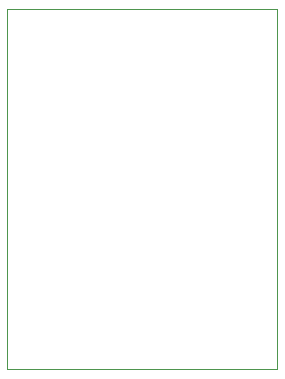
<source format=gbr>
G04 #@! TF.GenerationSoftware,KiCad,Pcbnew,(5.1.9)-1*
G04 #@! TF.CreationDate,2021-09-29T15:50:34-03:00*
G04 #@! TF.ProjectId,RJ45-breakout_1ch,524a3435-2d62-4726-9561-6b6f75745f31,rev?*
G04 #@! TF.SameCoordinates,Original*
G04 #@! TF.FileFunction,Profile,NP*
%FSLAX46Y46*%
G04 Gerber Fmt 4.6, Leading zero omitted, Abs format (unit mm)*
G04 Created by KiCad (PCBNEW (5.1.9)-1) date 2021-09-29 15:50:34*
%MOMM*%
%LPD*%
G01*
G04 APERTURE LIST*
G04 #@! TA.AperFunction,Profile*
%ADD10C,0.100000*%
G04 #@! TD*
G04 APERTURE END LIST*
D10*
X87630000Y-101600000D02*
X64770000Y-101600000D01*
X87630000Y-132080000D02*
X87630000Y-101600000D01*
X64770000Y-132080000D02*
X87630000Y-132080000D01*
X64770000Y-101600000D02*
X64770000Y-132080000D01*
M02*

</source>
